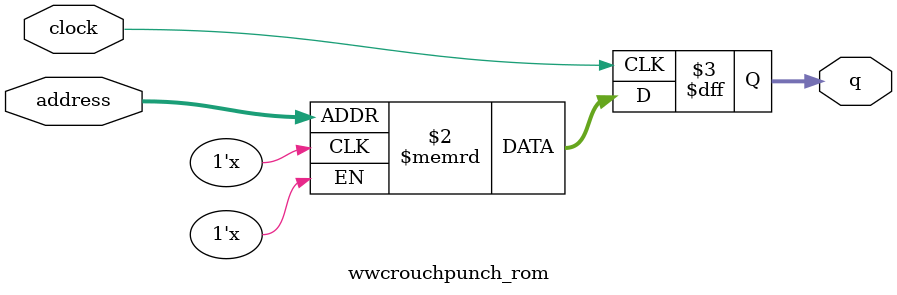
<source format=sv>
module wwcrouchpunch_rom (
	input logic clock,
	input logic [11:0] address,
	output logic [3:0] q
);

logic [3:0] memory [0:4095] /* synthesis ram_init_file = "./wwcrouchpunch/wwcrouchpunch.mif" */;

always_ff @ (posedge clock) begin
	q <= memory[address];
end

endmodule

</source>
